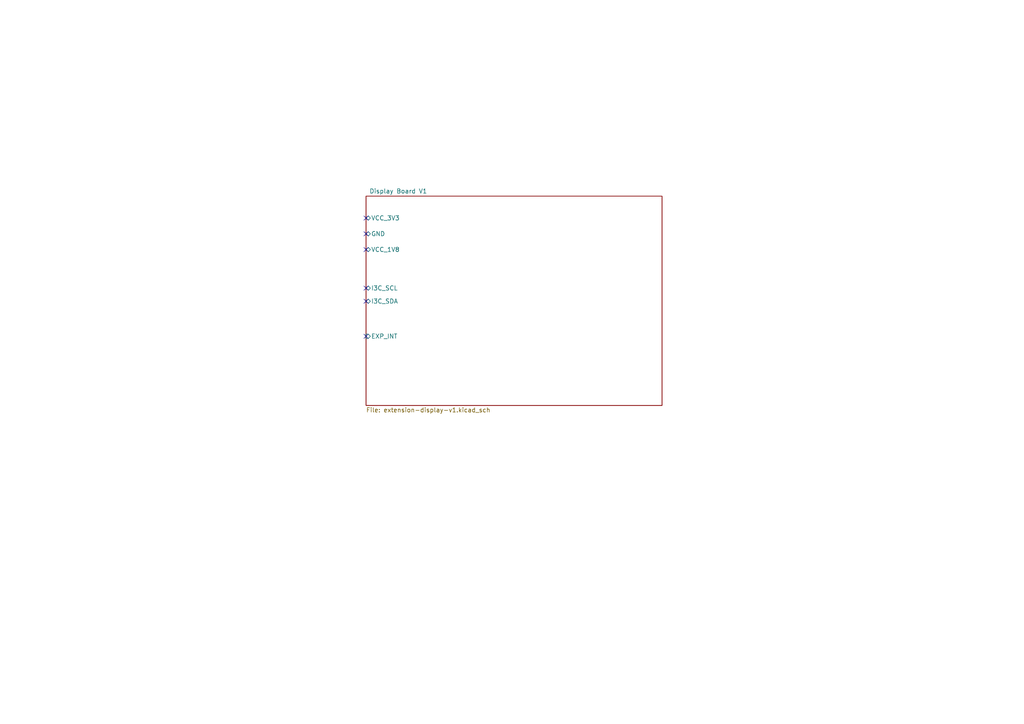
<source format=kicad_sch>
(kicad_sch (version 20230121) (generator eeschema)

  (uuid 6b9e4885-effb-4fb5-97a0-5d3e4e7bb946)

  (paper "A4")

  (lib_symbols
  )


  (no_connect (at 106.172 87.376) (uuid 02387707-ad08-4a04-93be-7abc359ada6f))
  (no_connect (at 106.172 67.818) (uuid 338e1e51-f2f2-4bd6-8536-f052cffe1195))
  (no_connect (at 106.172 63.246) (uuid 7ef8f55c-60b2-4850-a5ce-681a5d4f480a))
  (no_connect (at 106.172 72.39) (uuid b5c0193a-4072-4050-bca4-d1c556762f0f))
  (no_connect (at 106.172 83.566) (uuid c03d6d31-43ce-4ac7-bda1-12e67aa9efc7))
  (no_connect (at 106.172 97.536) (uuid d097c346-1d13-4373-812c-e72668db93bc))

  (sheet (at 106.172 56.896) (size 85.852 60.706) (fields_autoplaced)
    (stroke (width 0.1524) (type solid))
    (fill (color 0 0 0 0.0000))
    (uuid 63423736-3bb5-47a4-9b8e-5f1e776d0674)
    (property "Sheetname" " Display Board V1" (at 106.172 56.1844 0)
      (effects (font (size 1.27 1.27)) (justify left bottom))
    )
    (property "Sheetfile" "extension-display-v1.kicad_sch" (at 106.172 118.1866 0)
      (effects (font (size 1.27 1.27)) (justify left top))
    )
    (pin "VCC_3V3" bidirectional (at 106.172 63.246 180)
      (effects (font (size 1.27 1.27)) (justify left))
      (uuid 45dcdfca-ddf1-4e7b-a39e-aefc98d212f7)
    )
    (pin "GND" bidirectional (at 106.172 67.818 180)
      (effects (font (size 1.27 1.27)) (justify left))
      (uuid 648d60cb-152f-4aaf-9724-6c3de5b3304d)
    )
    (pin "I3C_SCL" bidirectional (at 106.172 83.566 180)
      (effects (font (size 1.27 1.27)) (justify left))
      (uuid 88bc5635-f298-403e-b0fb-01d582830c08)
    )
    (pin "I3C_SDA" bidirectional (at 106.172 87.376 180)
      (effects (font (size 1.27 1.27)) (justify left))
      (uuid fc4940cd-9e4c-4e19-9c0c-4f422959abd1)
    )
    (pin "VCC_1V8" bidirectional (at 106.172 72.39 180)
      (effects (font (size 1.27 1.27)) (justify left))
      (uuid 3dda11e1-b083-4f6e-ae86-4e99bc59fe8b)
    )
    (pin "EXP_INT" input (at 106.172 97.536 180)
      (effects (font (size 1.27 1.27)) (justify left))
      (uuid 2acc9311-94dc-4006-a8aa-6c4e19d0a1a1)
    )
    (instances
      (project "pcb-expansion-feedback"
        (path "/6b9e4885-effb-4fb5-97a0-5d3e4e7bb946" (page "2"))
      )
    )
  )

  (sheet_instances
    (path "/" (page "1"))
  )
)

</source>
